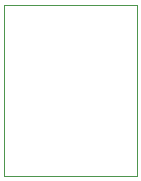
<source format=gko>
G04*
G04 #@! TF.GenerationSoftware,Altium Limited,Altium Designer,20.0.11 (256)*
G04*
G04 Layer_Color=16711935*
%FSLAX44Y44*%
%MOMM*%
G71*
G01*
G75*
%ADD12C,0.1000*%
D12*
X0Y0D02*
Y145000D01*
Y0D02*
X112500D01*
Y145000D01*
X0D02*
X112500D01*
M02*

</source>
